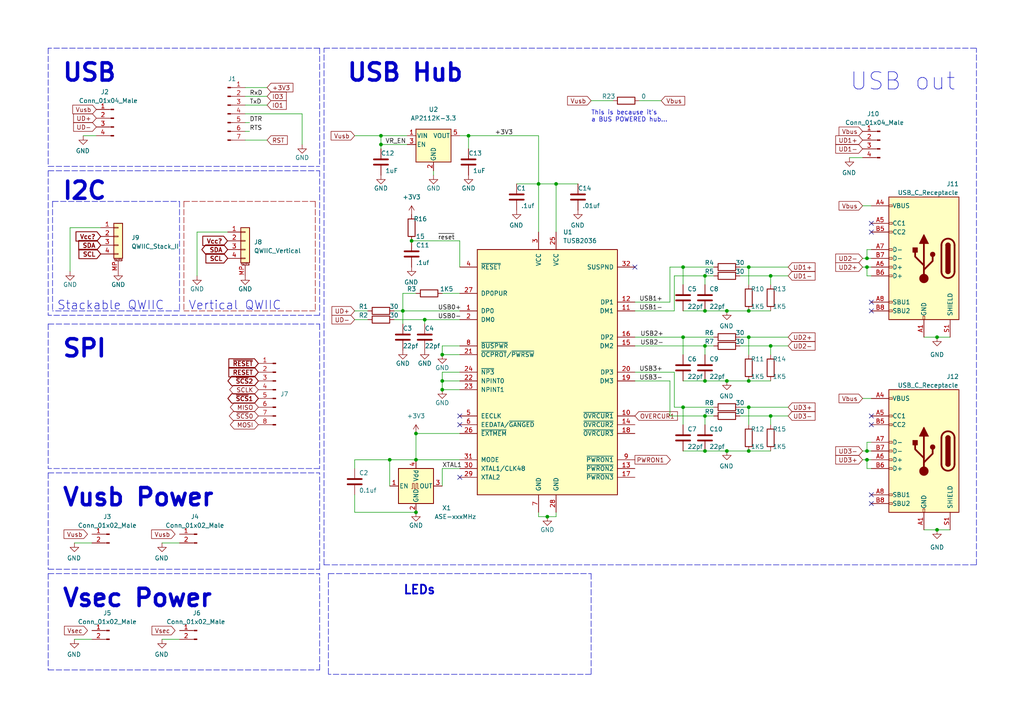
<source format=kicad_sch>
(kicad_sch (version 20211123) (generator eeschema)
  (paper "A4")
  (title_block (title "USB Hub") (rev "0.2.0") (company "The Nerd Mage"))
  (junction (at 251.46 77.47))
  (junction (at 251.46 74.93))
  (junction (at 328.93 132.08))
  (junction (at 119.38 69.85))
  (junction (at 161.29 53.34))
  (junction (at 204.47 110.49))
  (junction (at 123.19 92.71))
  (junction (at 113.03 133.35))
  (junction (at 210.82 90.17))
  (junction (at 251.46 133.35))
  (junction (at 328.93 40.64))
  (junction (at 217.17 77.47))
  (junction (at 335.28 45.72))
  (junction (at 110.49 41.91))
  (junction (at 320.04 69.85))
  (junction (at 217.17 110.49))
  (junction (at 271.78 97.79))
  (junction (at 198.12 97.79))
  (junction (at 120.65 148.59))
  (junction (at 217.17 118.11))
  (junction (at 223.52 100.33))
  (junction (at 271.78 153.67))
  (junction (at 328.93 78.74))
  (junction (at 328.93 123.19))
  (junction (at 204.47 120.65))
  (junction (at 116.84 90.17))
  (junction (at 198.12 118.11))
  (junction (at 120.65 133.35))
  (junction (at 335.28 137.16))
  (junction (at 110.49 39.37))
  (junction (at 320.04 123.19))
  (junction (at 198.12 77.47))
  (junction (at 217.17 90.17))
  (junction (at 128.27 102.87))
  (junction (at 156.21 53.34))
  (junction (at 217.17 130.81))
  (junction (at 223.52 120.65))
  (junction (at 210.82 110.49))
  (junction (at 328.93 31.75))
  (junction (at 223.52 80.01))
  (junction (at 217.17 97.79))
  (junction (at 204.47 100.33))
  (junction (at 204.47 80.01))
  (junction (at 320.04 31.75))
  (junction (at 128.27 110.49))
  (junction (at 128.27 113.03))
  (junction (at 135.89 39.37))
  (junction (at 335.28 83.82))
  (junction (at 120.65 125.73))
  (junction (at 210.82 130.81))
  (junction (at 328.93 69.85))
  (junction (at 204.47 90.17))
  (junction (at 251.46 130.81))
  (junction (at 158.75 149.86))
  (junction (at 204.47 130.81))
  (no_connect (at 252.73 90.17))
  (no_connect (at 184.15 77.47))
  (no_connect (at 252.73 123.19))
  (no_connect (at 252.73 67.31))
  (no_connect (at 133.35 123.19))
  (no_connect (at 133.35 138.43))
  (no_connect (at 252.73 64.77))
  (no_connect (at 252.73 120.65))
  (no_connect (at 252.73 146.05))
  (no_connect (at 252.73 143.51))
  (no_connect (at 133.35 120.65))
  (no_connect (at 252.73 87.63))
  (wire (pts (xy 128.27 107.95) (xy 128.27 110.49)))
  (wire (pts (xy 252.73 115.57) (xy 250.19 115.57)))
  (wire (pts (xy 214.63 77.47) (xy 217.17 77.47)))
  (wire (pts (xy 171.45 29.21) (xy 177.8 29.21)))
  (wire (pts (xy 252.73 130.81) (xy 251.46 130.81)))
  (wire (pts (xy 133.35 39.37) (xy 135.89 39.37)))
  (wire (pts (xy 204.47 80.01) (xy 204.47 82.55)))
  (wire (pts (xy 217.17 118.11) (xy 228.6 118.11)))
  (wire (pts (xy 328.93 123.19) (xy 336.55 123.19)))
  (wire (pts (xy 204.47 100.33) (xy 204.47 102.87)))
  (wire (pts (xy 110.49 41.91) (xy 110.49 43.18)))
  (wire (pts (xy 367.03 71.12) (xy 375.92 71.12)))
  (wire (pts (xy 320.04 31.75) (xy 328.93 31.75)))
  (polyline (pts (xy 95.25 166.37) (xy 171.45 166.37)))
  (wire (pts (xy 128.27 100.33) (xy 128.27 102.87)))
  (wire (pts (xy 71.12 25.4) (xy 77.47 25.4)))
  (wire (pts (xy 367.03 140.97) (xy 375.92 140.97)))
  (wire (pts (xy 198.12 102.87) (xy 198.12 97.79)))
  (wire (pts (xy 223.52 100.33) (xy 223.52 102.87)))
  (wire (pts (xy 336.55 69.85) (xy 336.55 71.12)))
  (wire (pts (xy 161.29 149.86) (xy 158.75 149.86)))
  (polyline (pts (xy 13.97 194.31) (xy 92.71 194.31)))
  (wire (pts (xy 313.69 78.74) (xy 328.93 78.74)))
  (wire (pts (xy 118.11 41.91) (xy 110.49 41.91)))
  (polyline (pts (xy 95.25 166.37) (xy 95.25 195.58)))
  (wire (pts (xy 156.21 53.34) (xy 156.21 67.31)))
  (wire (pts (xy 128.27 85.09) (xy 133.35 85.09)))
  (wire (pts (xy 198.12 123.19) (xy 198.12 118.11)))
  (polyline (pts (xy 92.71 194.31) (xy 92.71 166.37)))
  (wire (pts (xy 336.55 78.74) (xy 336.55 76.2)))
  (wire (pts (xy 184.15 97.79) (xy 198.12 97.79)))
  (polyline (pts (xy 92.71 91.44) (xy 13.97 91.44)))
  (wire (pts (xy 370.84 137.16) (xy 370.84 134.62)))
  (wire (pts (xy 328.93 31.75) (xy 336.55 31.75)))
  (wire (pts (xy 335.28 73.66) (xy 335.28 83.82)))
  (wire (pts (xy 335.28 35.56) (xy 335.28 45.72)))
  (polyline (pts (xy 53.34 58.42) (xy 91.44 58.42)) (stroke (width 0) (color 155 0 0 1)))
  (wire (pts (xy 251.46 77.47) (xy 250.19 77.47)))
  (wire (pts (xy 320.04 69.85) (xy 328.93 69.85)))
  (wire (pts (xy 156.21 53.34) (xy 156.21 39.37)))
  (wire (pts (xy 128.27 110.49) (xy 133.35 110.49)))
  (wire (pts (xy 335.28 137.16) (xy 370.84 137.16)))
  (wire (pts (xy 195.58 90.17) (xy 195.58 80.01)))
  (wire (pts (xy 223.52 120.65) (xy 223.52 123.19)))
  (wire (pts (xy 320.04 137.16) (xy 335.28 137.16)))
  (wire (pts (xy 184.15 110.49) (xy 194.31 110.49)))
  (wire (pts (xy 214.63 120.65) (xy 223.52 120.65)))
  (wire (pts (xy 195.58 107.95) (xy 195.58 118.11)))
  (wire (pts (xy 71.12 30.48) (xy 77.47 30.48)))
  (wire (pts (xy 204.47 110.49) (xy 210.82 110.49)))
  (wire (pts (xy 217.17 77.47) (xy 228.6 77.47)))
  (wire (pts (xy 133.35 102.87) (xy 128.27 102.87)))
  (wire (pts (xy 161.29 53.34) (xy 167.64 53.34)))
  (wire (pts (xy 214.63 100.33) (xy 223.52 100.33)))
  (wire (pts (xy 29.21 66.04) (xy 20.32 66.04)))
  (wire (pts (xy 204.47 100.33) (xy 207.01 100.33)))
  (wire (pts (xy 320.04 123.19) (xy 328.93 123.19)))
  (wire (pts (xy 210.82 110.49) (xy 217.17 110.49)))
  (wire (pts (xy 204.47 80.01) (xy 207.01 80.01)))
  (wire (pts (xy 156.21 149.86) (xy 156.21 148.59)))
  (polyline (pts (xy 53.34 58.42) (xy 53.34 90.17)) (stroke (width 0) (color 155 0 0 1)))
  (wire (pts (xy 320.04 83.82) (xy 335.28 83.82)))
  (wire (pts (xy 123.19 92.71) (xy 133.35 92.71)))
  (wire (pts (xy 133.35 69.85) (xy 133.35 77.47)))
  (wire (pts (xy 252.73 133.35) (xy 251.46 133.35)))
  (polyline (pts (xy 13.97 49.53) (xy 92.71 49.53)))
  (wire (pts (xy 184.15 100.33) (xy 204.47 100.33)))
  (polyline (pts (xy 13.97 166.37) (xy 92.71 166.37)))
  (wire (pts (xy 195.58 80.01) (xy 204.47 80.01)))
  (wire (pts (xy 128.27 110.49) (xy 128.27 113.03)))
  (wire (pts (xy 198.12 82.55) (xy 198.12 77.47)))
  (wire (pts (xy 252.73 74.93) (xy 251.46 74.93)))
  (wire (pts (xy 223.52 80.01) (xy 228.6 80.01)))
  (polyline (pts (xy 92.71 93.98) (xy 92.71 135.89)))
  (wire (pts (xy 370.84 83.82) (xy 370.84 81.28)))
  (wire (pts (xy 102.87 90.17) (xy 106.68 90.17)))
  (wire (pts (xy 149.86 53.34) (xy 156.21 53.34)))
  (wire (pts (xy 251.46 133.35) (xy 251.46 135.89)))
  (polyline (pts (xy 171.45 195.58) (xy 95.25 195.58)))
  (wire (pts (xy 102.87 39.37) (xy 110.49 39.37)))
  (wire (pts (xy 217.17 118.11) (xy 217.17 123.19)))
  (wire (pts (xy 184.15 87.63) (xy 194.31 87.63)))
  (wire (pts (xy 217.17 110.49) (xy 223.52 110.49)))
  (wire (pts (xy 313.69 31.75) (xy 320.04 31.75)))
  (wire (pts (xy 195.58 118.11) (xy 198.12 118.11)))
  (polyline (pts (xy 15.24 58.42) (xy 52.07 58.42)))
  (wire (pts (xy 198.12 77.47) (xy 207.01 77.47)))
  (wire (pts (xy 267.97 153.67) (xy 271.78 153.67)))
  (wire (pts (xy 251.46 74.93) (xy 250.19 74.93)))
  (wire (pts (xy 250.19 45.72) (xy 246.38 45.72)))
  (wire (pts (xy 251.46 77.47) (xy 251.46 80.01)))
  (wire (pts (xy 27.94 39.37) (xy 24.13 39.37)))
  (wire (pts (xy 336.55 127) (xy 335.28 127)))
  (wire (pts (xy 198.12 97.79) (xy 207.01 97.79)))
  (wire (pts (xy 116.84 90.17) (xy 116.84 93.98)))
  (wire (pts (xy 161.29 148.59) (xy 161.29 149.86)))
  (wire (pts (xy 335.28 45.72) (xy 370.84 45.72)))
  (wire (pts (xy 320.04 45.72) (xy 335.28 45.72)))
  (wire (pts (xy 161.29 53.34) (xy 161.29 67.31)))
  (wire (pts (xy 367.03 38.1) (xy 367.03 49.53)))
  (wire (pts (xy 223.52 80.01) (xy 223.52 82.55)))
  (wire (pts (xy 123.19 92.71) (xy 123.19 93.98)))
  (wire (pts (xy 313.69 123.19) (xy 320.04 123.19)))
  (wire (pts (xy 251.46 130.81) (xy 250.19 130.81)))
  (wire (pts (xy 120.65 133.35) (xy 113.03 133.35)))
  (wire (pts (xy 133.35 100.33) (xy 128.27 100.33)))
  (wire (pts (xy 110.49 41.91) (xy 110.49 39.37)))
  (polyline (pts (xy 93.98 163.83) (xy 93.98 13.97)))
  (wire (pts (xy 336.55 40.64) (xy 336.55 38.1)))
  (wire (pts (xy 120.65 125.73) (xy 120.65 133.35)))
  (wire (pts (xy 125.73 50.8) (xy 125.73 49.53)))
  (polyline (pts (xy 92.71 13.97) (xy 13.97 13.97)))
  (wire (pts (xy 336.55 35.56) (xy 335.28 35.56)))
  (wire (pts (xy 271.78 97.79) (xy 275.59 97.79)))
  (wire (pts (xy 367.03 35.56) (xy 370.84 35.56)))
  (wire (pts (xy 135.89 39.37) (xy 156.21 39.37)))
  (wire (pts (xy 135.89 39.37) (xy 135.89 43.18)))
  (polyline (pts (xy 91.44 58.42) (xy 91.44 90.17)) (stroke (width 0) (color 155 0 0 1)))
  (wire (pts (xy 66.04 69.85) (xy 65.9851 69.8684)))
  (wire (pts (xy 313.69 132.08) (xy 328.93 132.08)))
  (polyline (pts (xy 15.24 58.42) (xy 15.24 90.17)))
  (wire (pts (xy 71.12 40.64) (xy 77.47 40.64)))
  (wire (pts (xy 336.55 123.19) (xy 336.55 124.46)))
  (wire (pts (xy 128.27 135.89) (xy 133.35 135.89)))
  (wire (pts (xy 367.03 49.53) (xy 375.92 49.53)))
  (polyline (pts (xy 93.98 13.97) (xy 283.21 13.97)))
  (wire (pts (xy 158.75 149.86) (xy 156.21 149.86)))
  (wire (pts (xy 87.63 33.02) (xy 71.12 33.02)))
  (wire (pts (xy 210.82 90.17) (xy 217.17 90.17)))
  (polyline (pts (xy 13.97 137.16) (xy 13.97 165.1)))
  (wire (pts (xy 251.46 72.39) (xy 251.46 74.93)))
  (polyline (pts (xy 92.71 49.53) (xy 92.71 91.44)))
  (wire (pts (xy 185.42 29.21) (xy 191.77 29.21)))
  (wire (pts (xy 46.99 157.48) (xy 52.07 157.48)))
  (wire (pts (xy 252.73 59.69) (xy 250.19 59.69)))
  (wire (pts (xy 194.31 110.49) (xy 194.31 120.65)))
  (wire (pts (xy 367.03 73.66) (xy 370.84 73.66)))
  (wire (pts (xy 21.59 157.48) (xy 26.67 157.48)))
  (wire (pts (xy 367.03 124.46) (xy 375.92 124.46)))
  (wire (pts (xy 71.12 38.1) (xy 72.39 38.1)))
  (wire (pts (xy 223.52 100.33) (xy 228.6 100.33)))
  (wire (pts (xy 114.3 90.17) (xy 116.84 90.17)))
  (wire (pts (xy 252.73 80.01) (xy 251.46 80.01)))
  (wire (pts (xy 335.28 127) (xy 335.28 137.16)))
  (polyline (pts (xy 13.97 93.98) (xy 92.71 93.98)))
  (wire (pts (xy 71.12 27.94) (xy 77.47 27.94)))
  (wire (pts (xy 57.15 67.31) (xy 57.15 80.01)))
  (wire (pts (xy 198.12 90.17) (xy 204.47 90.17)))
  (wire (pts (xy 194.31 120.65) (xy 204.47 120.65)))
  (polyline (pts (xy 13.97 166.37) (xy 13.97 194.31)))
  (wire (pts (xy 367.03 87.63) (xy 375.92 87.63)))
  (wire (pts (xy 194.31 77.47) (xy 198.12 77.47)))
  (polyline (pts (xy 91.44 90.17) (xy 53.34 90.17)) (stroke (width 0) (color 155 0 0 1)))
  (wire (pts (xy 320.04 39.37) (xy 320.04 45.72)))
  (wire (pts (xy 336.55 31.75) (xy 336.55 33.02)))
  (wire (pts (xy 156.21 53.34) (xy 161.29 53.34)))
  (wire (pts (xy 214.63 97.79) (xy 217.17 97.79)))
  (polyline (pts (xy 13.97 13.97) (xy 13.97 48.26)))
  (wire (pts (xy 367.03 76.2) (xy 367.03 87.63)))
  (wire (pts (xy 128.27 107.95) (xy 133.35 107.95)))
  (wire (pts (xy 113.03 133.35) (xy 102.87 133.35)))
  (wire (pts (xy 198.12 130.81) (xy 204.47 130.81)))
  (wire (pts (xy 252.73 77.47) (xy 251.46 77.47)))
  (wire (pts (xy 46.99 185.42) (xy 52.07 185.42)))
  (wire (pts (xy 116.84 90.17) (xy 133.35 90.17)))
  (wire (pts (xy 328.93 39.37) (xy 328.93 40.64)))
  (wire (pts (xy 128.27 135.89) (xy 128.27 140.97)))
  (polyline (pts (xy 13.97 137.16) (xy 92.71 137.16)))
  (wire (pts (xy 198.12 118.11) (xy 207.01 118.11)))
  (polyline (pts (xy 52.07 90.17) (xy 15.24 90.17)))
  (wire (pts (xy 204.47 90.17) (xy 210.82 90.17)))
  (wire (pts (xy 198.12 110.49) (xy 204.47 110.49)))
  (wire (pts (xy 251.46 133.35) (xy 250.19 133.35)))
  (wire (pts (xy 217.17 90.17) (xy 223.52 90.17)))
  (wire (pts (xy 110.49 39.37) (xy 118.11 39.37)))
  (wire (pts (xy 66.04 67.31) (xy 57.15 67.31)))
  (wire (pts (xy 271.78 153.67) (xy 275.59 153.67)))
  (wire (pts (xy 328.93 77.47) (xy 328.93 78.74)))
  (wire (pts (xy 217.17 130.81) (xy 223.52 130.81)))
  (wire (pts (xy 210.82 130.81) (xy 217.17 130.81)))
  (wire (pts (xy 313.69 69.85) (xy 320.04 69.85)))
  (wire (pts (xy 116.84 85.09) (xy 116.84 90.17)))
  (wire (pts (xy 120.65 133.35) (xy 133.35 133.35)))
  (wire (pts (xy 214.63 80.01) (xy 223.52 80.01)))
  (wire (pts (xy 214.63 118.11) (xy 217.17 118.11)))
  (wire (pts (xy 87.63 41.91) (xy 87.63 33.02)))
  (polyline (pts (xy 52.07 58.42) (xy 52.07 90.17)))
  (polyline (pts (xy 93.98 163.83) (xy 283.21 163.83)))
  (wire (pts (xy 133.35 125.73) (xy 120.65 125.73)))
  (wire (pts (xy 102.87 148.59) (xy 120.65 148.59)))
  (wire (pts (xy 328.93 132.08) (xy 336.55 132.08)))
  (wire (pts (xy 370.84 45.72) (xy 370.84 43.18)))
  (wire (pts (xy 217.17 77.47) (xy 217.17 82.55)))
  (wire (pts (xy 252.73 72.39) (xy 251.46 72.39)))
  (wire (pts (xy 335.28 83.82) (xy 370.84 83.82)))
  (polyline (pts (xy 92.71 165.1) (xy 92.71 137.16)))
  (wire (pts (xy 20.32 66.04) (xy 20.32 78.74)))
  (wire (pts (xy 204.47 120.65) (xy 204.47 123.19)))
  (wire (pts (xy 128.27 113.03) (xy 133.35 113.03)))
  (wire (pts (xy 223.52 120.65) (xy 228.6 120.65)))
  (wire (pts (xy 367.03 129.54) (xy 367.03 140.97)))
  (wire (pts (xy 320.04 130.81) (xy 320.04 137.16)))
  (wire (pts (xy 252.73 135.89) (xy 251.46 135.89)))
  (wire (pts (xy 336.55 73.66) (xy 335.28 73.66)))
  (wire (pts (xy 320.04 77.47) (xy 320.04 83.82)))
  (wire (pts (xy 328.93 69.85) (xy 336.55 69.85)))
  (wire (pts (xy 217.17 97.79) (xy 228.6 97.79)))
  (wire (pts (xy 252.73 128.27) (xy 251.46 128.27)))
  (wire (pts (xy 102.87 133.35) (xy 102.87 135.89)))
  (polyline (pts (xy 92.71 13.97) (xy 92.71 48.26)))
  (polyline (pts (xy 171.45 166.37) (xy 171.45 195.58)))
  (wire (pts (xy 367.03 127) (xy 370.84 127)))
  (wire (pts (xy 217.17 97.79) (xy 217.17 102.87)))
  (wire (pts (xy 367.03 33.02) (xy 375.92 33.02)))
  (wire (pts (xy 194.31 87.63) (xy 194.31 77.47)))
  (wire (pts (xy 114.3 92.71) (xy 123.19 92.71)))
  (wire (pts (xy 313.69 40.64) (xy 328.93 40.64)))
  (polyline (pts (xy 13.97 93.98) (xy 13.97 135.89)))
  (wire (pts (xy 119.38 69.85) (xy 133.35 69.85)))
  (wire (pts (xy 184.15 90.17) (xy 195.58 90.17)))
  (wire (pts (xy 267.97 97.79) (xy 271.78 97.79)))
  (wire (pts (xy 71.12 35.56) (xy 72.39 35.56)))
  (polyline (pts (xy 283.21 163.83) (xy 283.21 13.97)))
  (wire (pts (xy 120.65 85.09) (xy 116.84 85.09)))
  (polyline (pts (xy 13.97 48.26) (xy 92.71 48.26)))
  (wire (pts (xy 204.47 130.81) (xy 210.82 130.81)))
  (wire (pts (xy 204.47 120.65) (xy 207.01 120.65)))
  (wire (pts (xy 336.55 132.08) (xy 336.55 129.54)))
  (wire (pts (xy 184.15 107.95) (xy 195.58 107.95)))
  (wire (pts (xy 328.93 130.81) (xy 328.93 132.08)))
  (polyline (pts (xy 13.97 165.1) (xy 92.71 165.1)))
  (wire (pts (xy 328.93 40.64) (xy 336.55 40.64)))
  (polyline (pts (xy 92.71 135.89) (xy 13.97 135.89)))
  (wire (pts (xy 21.59 185.42) (xy 26.67 185.42)))
  (wire (pts (xy 113.03 133.35) (xy 113.03 140.97)))
  (wire (pts (xy 328.93 78.74) (xy 336.55 78.74)))
  (wire (pts (xy 251.46 128.27) (xy 251.46 130.81)))
  (wire (pts (xy 102.87 143.51) (xy 102.87 148.59)))
  (wire (pts (xy 102.87 92.71) (xy 106.68 92.71)))
  (polyline (pts (xy 13.97 49.53) (xy 13.97 91.44)))
  (text "USB out" (at 246.38 26.67 0) (effects (font (size 5 5)) (justify left bottom)))
  (text "Vusb Power" (at 17.78 147.32 0) (effects (font (size 5 5) (thickness 1) bold) (justify left bottom)))
  (text "I2C" (at 17.78 58.42 0) (effects (font (size 5 5) (thickness 1) bold) (justify left bottom)))
  (text "Stackable QWIIC" (at 16.51 90.17 0) (effects (font (size 2.54 2.54)) (justify left bottom)))
  (text "SPI" (at 17.78 104.14 0) (effects (font (size 5 5) (thickness 1) bold) (justify left bottom)))
  (text "Vsec Power" (at 17.78 176.53 0) (effects (font (size 5 5) (thickness 1) bold) (justify left bottom)))
  (text "This is because it's\na BUS POWERED hub..." (at 171.45 35.56 0) (effects (font (size 1.27 1.27)) (justify left bottom)))
  (text "USB" (at 17.78 24.13 0) (effects (font (size 5 5) (thickness 1) bold) (justify left bottom)))
  (text "USB Hub" (at 100.33 24.13 0) (effects (font (size 5 5) (thickness 1) bold) (justify left bottom)))
  (text "LCSC: C10677" (at 320.04 160.02 0) (effects (font (size 1.27 1.27) italic) (justify left bottom)))
  (text "Vertical QWIIC" (at 54.61 90.17 0) (effects (font (size 2.54 2.54)) (justify left bottom)))
  (text "LEDs" (at 116.84 172.72 180) (effects (font (size 2.54 2.54) (thickness 0.508) bold) (justify left bottom)))
  (label "VR_EN" (at 111.76 41.91 0))
  (label "USB0+" (at 127 90.17 0))
  (label "+3V3" (at 143.51 39.37 0))
  (label "TxD" (at 72.39 30.48 0))
  (label "USB2+" (at 185.7202 97.79 0))
  (label "USB1+" (at 185.42 87.63 0))
  (label "~{reset}" (at 127 69.85 0))
  (label "USB1-" (at 185.42 90.17 0))
  (label "USB2-" (at 185.7202 100.33 0))
  (label "DTR" (at 72.39 35.56 0))
  (label "USB0-" (at 127 92.71 0))
  (label "RTS" (at 72.39 38.1 0))
  (label "RxD" (at 72.39 27.94 0))
  (label "XTAL1" (at 128.27 135.89 0))
  (label "USB3-" (at 185.42 110.49 0))
  (label "USB3+" (at 185.42 107.95 0))
  (global_label "UD2+" (shape input) (at 228.6 97.79 0) (property "Intersheet References" "${INTERSHEET_REFS}" (effects hide)))
  (global_label "UD3+" (shape input) (at 228.6 118.11 0) (property "Intersheet References" "${INTERSHEET_REFS}" (effects hide)))
  (global_label "Vbus" (shape input) (at 250.19 59.69 180) (property "Intersheet References" "${INTERSHEET_REFS}" (effects hide)))
  (global_label "UD+" (shape input) (at 102.87 90.17 180) (property "Intersheet References" "${INTERSHEET_REFS}" (effects hide)))
  (global_label "Vcc?" (shape input) (at 29.21 68.58 180) (effects (font (thickness 0.254) bold)) (property "Intersheet References" "${INTERSHEET_REFS}" (effects hide)))
  (global_label "Vusb" (shape input) (at 27.94 31.75 180) (property "Intersheet References" "${INTERSHEET_REFS}" (effects hide)))
  (global_label "SCL" (shape input) (at 66.04 74.93 180) (effects (font (thickness 0.254) bold)) (property "Intersheet References" "${INTERSHEET_REFS}" (effects hide)))
  (global_label "UD-" (shape input) (at 102.87 92.71 180) (property "Intersheet References" "${INTERSHEET_REFS}" (effects hide)))
  (global_label "~{SCS}0" (shape bidirectional) (at 74.93 120.65 180) (property "Intersheet References" "${INTERSHEET_REFS}" (effects hide)))
  (global_label "SDA" (shape bidirectional) (at 66.04 72.39 180) (effects (font bold)) (property "Intersheet References" "${INTERSHEET_REFS}" (effects hide)))
  (global_label "Vusb" (shape input) (at 25.4 154.94 180) (property "Intersheet References" "${INTERSHEET_REFS}" (effects hide)))
  (global_label "Vusb" (shape input) (at 171.45 29.21 180) (property "Intersheet References" "${INTERSHEET_REFS}" (effects hide)))
  (global_label "MOSI" (shape bidirectional) (at 74.93 123.19 180) (property "Intersheet References" "${INTERSHEET_REFS}" (effects hide)))
  (global_label "IO3" (shape input) (at 77.47 27.94 0) (property "Intersheet References" "${INTERSHEET_REFS}" (effects hide)))
  (global_label "UD+" (shape input) (at 317.5 176.53 180) (property "Intersheet References" "${INTERSHEET_REFS}" (effects hide)))
  (global_label "Vusb" (shape input) (at 50.8 154.94 180) (property "Intersheet References" "${INTERSHEET_REFS}" (effects hide)))
  (global_label "Vsec" (shape input) (at 25.4 182.88 180) (property "Intersheet References" "${INTERSHEET_REFS}" (effects hide)))
  (global_label "IO1" (shape input) (at 77.47 30.48 0) (property "Intersheet References" "${INTERSHEET_REFS}" (effects hide)))
  (global_label "Vusb" (shape input) (at 102.87 39.37 180) (property "Intersheet References" "${INTERSHEET_REFS}" (effects hide)))
  (global_label "CC1" (shape input) (at 317.5 186.69 180) (property "Intersheet References" "${INTERSHEET_REFS}" (effects hide)))
  (global_label "UD2+" (shape input) (at 250.19 77.47 180) (property "Intersheet References" "${INTERSHEET_REFS}" (effects hide)))
  (global_label "UD2-" (shape input) (at 250.19 74.93 180) (property "Intersheet References" "${INTERSHEET_REFS}" (effects hide)))
  (global_label "Vbus3" (shape input) (at 375.92 124.46 0) (property "Intersheet References" "${INTERSHEET_REFS}" (effects hide)))
  (global_label "OVERCUR1" (shape output) (at 375.92 49.53 0) (property "Intersheet References" "${INTERSHEET_REFS}" (effects hide)))
  (global_label "Vbus" (shape input) (at 191.77 29.21 0) (property "Intersheet References" "${INTERSHEET_REFS}" (effects hide)))
  (global_label "UD-" (shape input) (at 27.94 36.83 180) (property "Intersheet References" "${INTERSHEET_REFS}" (effects hide)))
  (global_label "UD3+" (shape input) (at 250.19 133.35 180) (property "Intersheet References" "${INTERSHEET_REFS}" (effects hide)))
  (global_label "~{RESET}" (shape input) (at 74.93 105.41 180) (effects (font (thickness 0.254) bold)) (property "Intersheet References" "${INTERSHEET_REFS}" (effects hide)))
  (global_label "SCLK" (shape bidirectional) (at 74.93 113.03 180) (property "Intersheet References" "${INTERSHEET_REFS}" (effects hide)))
  (global_label "Vusb" (shape input) (at 313.69 123.19 180) (property "Intersheet References" "${INTERSHEET_REFS}" (effects hide)))
  (global_label "UD3-" (shape input) (at 250.19 130.81 180) (property "Intersheet References" "${INTERSHEET_REFS}" (effects hide)))
  (global_label "UD1+" (shape input) (at 250.19 40.64 180) (property "Intersheet References" "${INTERSHEET_REFS}" (effects hide)))
  (global_label "Vbus1" (shape input) (at 375.92 33.02 0) (property "Intersheet References" "${INTERSHEET_REFS}" (effects hide)))
  (global_label "UD-" (shape input) (at 317.5 166.37 180) (property "Intersheet References" "${INTERSHEET_REFS}" (effects hide)))
  (global_label "UD1+" (shape input) (at 228.6 77.47 0) (property "Intersheet References" "${INTERSHEET_REFS}" (effects hide)))
  (global_label "UD3-" (shape input) (at 228.6 120.65 0) (property "Intersheet References" "${INTERSHEET_REFS}" (effects hide)))
  (global_label "OVERCUR3" (shape output) (at 375.92 140.97 0) (property "Intersheet References" "${INTERSHEET_REFS}" (effects hide)))
  (global_label "CC2" (shape input) (at 317.5 196.85 180) (property "Intersheet References" "${INTERSHEET_REFS}" (effects hide)))
  (global_label "SDA" (shape input) (at 29.21 71.12 180) (effects (font bold)) (property "Intersheet References" "${INTERSHEET_REFS}" (effects hide)))
  (global_label "Vbus2" (shape input) (at 375.92 71.12 0) (property "Intersheet References" "${INTERSHEET_REFS}" (effects hide)))
  (global_label "PWRON1" (shape output) (at 184.15 133.35 0) (property "Intersheet References" "${INTERSHEET_REFS}" (effects hide)))
  (global_label "UD2-" (shape input) (at 228.6 100.33 0) (property "Intersheet References" "${INTERSHEET_REFS}" (effects hide)))
  (global_label "Vusb" (shape input) (at 313.69 31.75 180) (property "Intersheet References" "${INTERSHEET_REFS}" (effects hide)))
  (global_label "Vbus" (shape input) (at 250.19 38.1 180) (property "Intersheet References" "${INTERSHEET_REFS}" (effects hide)))
  (global_label "UD1-" (shape input) (at 228.6 80.01 0) (property "Intersheet References" "${INTERSHEET_REFS}" (effects hide)))
  (global_label "Vcc?" (shape input) (at 65.9851 69.8684 180) (effects (font (thickness 0.254) bold)) (property "Intersheet References" "${INTERSHEET_REFS}" (effects hide)))
  (global_label "~{SCS}2" (shape bidirectional) (at 74.93 110.49 180) (effects (font (thickness 0.254) bold)) (property "Intersheet References" "${INTERSHEET_REFS}" (effects hide)))
  (global_label "+3V3" (shape input) (at 77.47 25.4 0) (property "Intersheet References" "${INTERSHEET_REFS}" (effects hide)))
  (global_label "OVERCUR2" (shape output) (at 375.92 87.63 0) (property "Intersheet References" "${INTERSHEET_REFS}" (effects hide)))
  (global_label "~{SCS}1" (shape bidirectional) (at 74.93 115.57 180) (effects (font (thickness 0.254) bold)) (property "Intersheet References" "${INTERSHEET_REFS}" (effects hide)))
  (global_label "PWRON3" (shape input) (at 313.69 132.08 180) (property "Intersheet References" "${INTERSHEET_REFS}" (effects hide)))
  (global_label "UD1-" (shape input) (at 250.19 43.18 180) (property "Intersheet References" "${INTERSHEET_REFS}" (effects hide)))
  (global_label "SCL" (shape input) (at 29.21 73.66 180) (effects (font (thickness 0.254) bold)) (property "Intersheet References" "${INTERSHEET_REFS}" (effects hide)))
  (global_label "Vbus" (shape input) (at 250.19 115.57 180) (property "Intersheet References" "${INTERSHEET_REFS}" (effects hide)))
  (global_label "MISO" (shape bidirectional) (at 74.93 118.11 180) (property "Intersheet References" "${INTERSHEET_REFS}" (effects hide)))
  (global_label "PWRON2" (shape input) (at 313.69 78.74 180) (property "Intersheet References" "${INTERSHEET_REFS}" (effects hide)))
  (global_label "Vsec" (shape input) (at 50.8 182.88 180) (property "Intersheet References" "${INTERSHEET_REFS}" (effects hide)))
  (global_label "Vusb" (shape input) (at 313.69 69.85 180) (property "Intersheet References" "${INTERSHEET_REFS}" (effects hide)))
  (global_label "OVERCUR1" (shape input) (at 184.15 120.65 0) (property "Intersheet References" "${INTERSHEET_REFS}" (effects hide)))
  (global_label "RESET" (shape input) (at 74.93 107.95 180) (effects (font (thickness 0.254) bold)) (property "Intersheet References" "${INTERSHEET_REFS}" (effects hide)))
  (global_label "PWRON1" (shape input) (at 313.69 40.64 180) (property "Intersheet References" "${INTERSHEET_REFS}" (effects hide)))
  (global_label "UD+" (shape input) (at 27.94 34.29 180) (property "Intersheet References" "${INTERSHEET_REFS}" (effects hide)))
  (global_label "RST" (shape input) (at 77.47 40.64 0) (property "Intersheet References" "${INTERSHEET_REFS}" (effects hide)))
  (symbol (lib_id "Device:C") (at 116.84 97.79 0) (unit 1)
    (property "Reference" "C3" (at 116.84 95.25 0) (effects (justify left)))
    (property "Value" "22pf" (at 116.84 100.33 0) (effects (justify left)))
    (property "Footprint" "Capacitor_SMD:C_0603_1608Metric" (effects hide))
  )
  (symbol (lib_id "Device:R") (at 124.46 85.09 90) (unit 1)
    (property "Reference" "R3" (at 119.38 83.82 90))
    (property "Value" "1K5" (at 129.54 83.82 90))
    (property "Footprint" "Resistor_SMD:R_0603_1608Metric" (effects hide))
  )
  (symbol (lib_id "Device:R") (at 210.82 120.65 90) (unit 1)
    (property "Reference" "R9" (at 205.74 119.38 90))
    (property "Value" "30" (at 214.63 119.38 90))
    (property "Footprint" "Resistor_SMD:R_0603_1608Metric" (effects hide))
  )
  (symbol (lib_id "Device:C") (at 167.64 57.15 0) (unit 1)
    (property "Reference" "C14" (at 167.64 54.61 0) (effects (justify left)))
    (property "Value" ".01uf" (at 168.91 59.69 0) (effects (justify left)))
    (property "Footprint" "Capacitor_SMD:C_0603_1608Metric" (effects hide))
  )
  (symbol (lib_id "power:GND") (at 128.27 102.87 0) (mirror y) (unit 1)
    (property "Reference" "#PWR0132" (effects hide))
    (property "Value" "GND" (at 128.27 106.68 0))
  )
  (symbol (lib_id "power:GND") (at 125.73 50.8 0) (unit 1)
    (property "Reference" "#PWR0133" (effects hide))
    (property "Value" "GND" (at 125.73 54.61 0))
  )
  (symbol (lib_id "Device:R") (at 328.93 35.56 0) (unit 1) (on_board no)
    (property "Reference" "R17" (at 330.2 30.48 0))
    (property "Value" "100k" (at 331.47 39.37 0))
    (property "Footprint" "Resistor_SMD:R_0603_1608Metric" (effects hide))
  )
  (symbol (lib_id "power:GND") (at 123.19 101.6 0) (mirror y) (unit 1)
    (property "Reference" "#PWR0119" (effects hide))
    (property "Value" "GND" (at 123.19 105.41 0))
  )
  (symbol (lib_id "PGB1010603NR:PGB1010603NR") (at 317.5 186.69 0) (unit 1) (on_board no)
    (property "Reference" "D3" (at 327.66 182.88 0))
    (property "Value" "PGB1010603NR" (at 327.66 190.5 0))
    (property "Footprint" "Tinker:PGB1010603NRHF" (effects hide))
    (property "Reference_1" "D" (effects hide))
    (property "Value_1" "PGB1010603NR" (effects hide))
    (property "Footprint_1" "PGB1010603NRHF" (effects hide))
    (property "Datasheet_1" "https://www.littelfuse.com/data/en/data_sheets/littelfuse_pulseguard-esd_pgb1.pdf" (effects hide))
    (property "Height" "0.36" (effects hide))
    (property "Manufacturer_Name" "LITTELFUSE" (effects hide))
    (property "Manufacturer_Part_Number" "PGB1010603NR" (effects hide))
    (property "Mouser Part Number" "576-PGB1010603NR" (effects hide))
    (property "Mouser Price/Stock" "https://www.mouser.co.uk/ProductDetail/Littelfuse/PGB1010603NR?qs=gu7KAQ731UTJOoBJUwB8FA%3D%3D" (effects hide))
    (property "Arrow Part Number" "PGB1010603NR" (effects hide))
    (property "Arrow Price/Stock" "https://www.arrow.com/en/products/pgb1010603nr/littelfuse?region=nac" (effects hide))
    (property "LCSC" "C10677" (effects hide))
    (property "DigiKey" "F3591CT-ND" (effects hide))
  )
  (symbol (lib_id "power:GND") (at 271.78 153.67 0) (mirror y) (unit 1)
    (property "Reference" "#PWR0115" (effects hide))
    (property "Value" "GND" (at 271.78 158.75 0))
  )
  (symbol (lib_id "power:GND") (at 120.65 148.59 0) (unit 1)
    (property "Reference" "#PWR0125" (effects hide))
    (property "Value" "GND" (at 120.65 152.4 0))
  )
  (symbol (lib_id "Device:R") (at 328.93 127 0) (unit 1) (on_board no)
    (property "Reference" "R19" (at 330.2 121.92 0))
    (property "Value" "100k" (at 331.47 130.81 0))
    (property "Footprint" "Resistor_SMD:R_0603_1608Metric" (effects hide))
  )
  (symbol (lib_id "power:GND") (at 128.27 113.03 0) (mirror y) (unit 1)
    (property "Reference" "#PWR0122" (effects hide))
    (property "Value" "GND" (at 128.27 116.84 0))
  )
  (symbol (lib_id "Device:R") (at 181.61 29.21 90) (unit 1)
    (property "Reference" "R23" (at 176.53 27.94 90))
    (property "Value" "0" (at 186.69 27.94 90))
    (property "Footprint" "Resistor_SMD:R_0603_1608Metric" (effects hide))
  )
  (symbol (lib_id "power:GND") (at 337.82 196.85 0) (unit 1)
    (property "Reference" "#PWR0109" (effects hide))
    (property "Value" "GND" (at 337.82 200.66 0))
  )
  (symbol (lib_id "Connector:Conn_01x02_Male") (at 31.75 154.94 0) (mirror y) (unit 1)
    (property "Reference" "J3" (at 31.115 149.86 0))
    (property "Value" "Conn_01x02_Male" (at 31.115 152.4 0))
    (property "Footprint" "Tinker:Board_Stacker_2" (effects hide))
    (property "LCSC" "C2938400 + C2881511" (effects hide))
  )
  (symbol (lib_id "power:GND") (at 135.89 50.8 0) (unit 1)
    (property "Reference" "#PWR0135" (effects hide))
    (property "Value" "GND" (at 135.89 54.61 0))
  )
  (symbol (lib_id "Device:R") (at 223.52 86.36 0) (unit 1)
    (property "Reference" "R13" (at 226.06 83.82 0))
    (property "Value" "1K5" (at 226.06 88.9 0))
    (property "Footprint" "Resistor_SMD:R_0603_1608Metric" (effects hide))
  )
  (symbol (lib_id "power:GND") (at 116.84 101.6 0) (mirror y) (unit 1)
    (property "Reference" "#PWR0121" (effects hide))
    (property "Value" "GND" (at 116.84 105.41 0))
  )
  (symbol (lib_id "Device:R") (at 210.82 100.33 90) (unit 1)
    (property "Reference" "R7" (at 205.74 99.06 90))
    (property "Value" "30" (at 214.63 99.06 90))
    (property "Footprint" "Resistor_SMD:R_0603_1608Metric" (effects hide))
  )
  (symbol (lib_id "power:GND") (at 167.64 60.96 0) (mirror y) (unit 1)
    (property "Reference" "#PWR0118" (effects hide))
    (property "Value" "GND" (at 167.513 65.3542 0))
  )
  (symbol (lib_id "power:GND") (at 24.13 39.37 0) (mirror y) (unit 1)
    (property "Reference" "#PWR0106" (effects hide))
    (property "Value" "GND" (at 24.003 43.7642 0))
  )
  (symbol (lib_id "Connector:Conn_01x02_Male") (at 57.15 154.94 0) (mirror y) (unit 1)
    (property "Reference" "J4" (at 56.515 149.86 0))
    (property "Value" "Conn_01x02_Male" (at 56.515 152.4 0))
    (property "Footprint" "Tinker:Board_Stacker_2" (effects hide))
    (property "LCSC" "C2938400 + C2881511" (effects hide))
  )
  (symbol (lib_id "Device:C") (at 123.19 97.79 0) (unit 1)
    (property "Reference" "C4" (at 123.19 95.25 0) (effects (justify left)))
    (property "Value" "22pf" (at 123.19 100.33 0) (effects (justify left)))
    (property "Footprint" "Capacitor_SMD:C_0603_1608Metric" (effects hide))
  )
  (symbol (lib_id "power:GND") (at 57.15 80.01 0) (unit 1)
    (property "Reference" "#PWR0107" (effects hide))
    (property "Value" "GND" (at 57.15 83.82 0))
  )
  (symbol (lib_id "Device:R") (at 223.52 127 0) (unit 1)
    (property "Reference" "R15" (at 226.06 124.46 0))
    (property "Value" "1K5" (at 226.06 129.54 0))
    (property "Footprint" "Resistor_SMD:R_0603_1608Metric" (effects hide))
  )
  (symbol (lib_id "power:GND") (at 337.82 186.69 0) (unit 1)
    (property "Reference" "#PWR0111" (effects hide))
    (property "Value" "GND" (at 337.947 191.0842 0))
  )
  (symbol (lib_id "power:GND") (at 335.28 137.16 0) (mirror y) (unit 1)
    (property "Reference" "#PWR0137" (effects hide))
    (property "Value" "GND" (at 335.28 140.97 0))
  )
  (symbol (lib_id "power:GND") (at 87.63 41.91 0) (unit 1)
    (property "Reference" "#PWR0103" (effects hide))
    (property "Value" "GND" (at 87.63 45.72 0))
  )
  (symbol (lib_id "Device:R") (at 217.17 86.36 0) (unit 1)
    (property "Reference" "R10" (at 219.71 83.82 0))
    (property "Value" "1K5" (at 219.71 88.9 0))
    (property "Footprint" "Resistor_SMD:R_0603_1608Metric" (effects hide))
  )
  (symbol (lib_id "Device:R") (at 119.38 66.04 0) (unit 1)
    (property "Reference" "R16" (at 121.92 63.5 0))
    (property "Value" "15" (at 121.92 68.58 0))
    (property "Footprint" "Resistor_SMD:R_0603_1608Metric" (effects hide))
  )
  (symbol (lib_id "power:GND") (at 246.38 45.72 0) (mirror y) (unit 1)
    (property "Reference" "#PWR0114" (effects hide))
    (property "Value" "GND" (at 246.253 50.1142 0))
  )
  (symbol (lib_id "Device:C") (at 204.47 127 0) (unit 1)
    (property "Reference" "C10" (at 205.74 124.46 0) (effects (justify left)))
    (property "Value" "22pf" (at 205.74 129.54 0) (effects (justify left)))
    (property "Footprint" "Capacitor_SMD:C_0603_1608Metric" (effects hide))
  )
  (symbol (lib_id "Device:R") (at 110.49 90.17 90) (unit 1)
    (property "Reference" "R1" (at 105.41 88.9 90))
    (property "Value" "30" (at 114.3 88.9 90))
    (property "Footprint" "Resistor_SMD:R_0603_1608Metric" (effects hide))
  )
  (symbol (lib_id "Device:C") (at 119.38 73.66 0) (unit 1)
    (property "Reference" "C11" (at 120.65 71.12 0) (effects (justify left)))
    (property "Value" ".1uf" (at 120.65 76.2 0) (effects (justify left)))
    (property "Footprint" "Capacitor_SMD:C_0603_1608Metric" (effects hide))
  )
  (symbol (lib_id "Connector_Generic_MountingPin:Conn_01x04_MountingPin") (at 71.12 69.85 0) (unit 1) (in_bom no) (on_board no)
    (property "Reference" "J8" (at 73.66 70.2055 0) (effects (justify left)))
    (property "Value" "QWIIC_Vertical" (at 73.66 72.7455 0) (effects (justify left)))
    (property "Footprint" "Tinker:QWIIC_Vertical" (effects hide))
    (property "LCSC" "C145961" (effects hide))
  )
  (symbol (lib_id "power:GND") (at 335.28 83.82 0) (mirror y) (unit 1)
    (property "Reference" "#PWR0136" (effects hide))
    (property "Value" "GND" (at 335.28 87.63 0))
  )
  (symbol (lib_id "power:GND") (at 21.59 157.48 0) (mirror y) (unit 1)
    (property "Reference" "#PWR0104" (effects hide))
    (property "Value" "GND" (at 21.463 161.8742 0))
  )
  (symbol (lib_id "power:GND") (at 210.82 110.49 0) (mirror y) (unit 1)
    (property "Reference" "#PWR0127" (effects hide))
    (property "Value" "GND" (at 210.693 114.8842 0))
  )
  (symbol (lib_id "power:GND") (at 158.75 149.86 0) (unit 1)
    (property "Reference" "#PWR0116" (effects hide))
    (property "Value" "GND" (at 158.75 153.67 0))
  )
  (symbol (lib_id "Device:C") (at 135.89 46.99 0) (unit 1)
    (property "Reference" "C13" (at 135.89 44.45 0) (effects (justify left)))
    (property "Value" "1uF" (at 137.16 49.53 0) (effects (justify left)))
    (property "Footprint" "Capacitor_SMD:C_0603_1608Metric" (effects hide))
  )
  (symbol (lib_id "power:GND") (at 119.38 77.47 0) (mirror y) (unit 1)
    (property "Reference" "#PWR0130" (effects hide))
    (property "Value" "GND" (at 119.253 81.8642 0))
  )
  (symbol (lib_id "Device:C") (at 320.04 127 0) (unit 1) (on_board no)
    (property "Reference" "C17" (at 321.31 124.46 0) (effects (justify left)))
    (property "Value" "0.1uf" (at 321.31 129.54 0) (effects (justify left)))
    (property "Footprint" "Capacitor_SMD:C_0603_1608Metric" (effects hide))
  )
  (symbol (lib_id "power:+3V3") (at 119.38 62.23 0) (unit 1)
    (property "Reference" "#PWR0129" (effects hide))
    (property "Value" "+3V3" (at 119.38 57.15 0))
  )
  (symbol (lib_id "Device:R") (at 370.84 77.47 0) (unit 1) (on_board no)
    (property "Reference" "R21" (at 372.11 72.39 0))
    (property "Value" "80k?" (at 373.38 81.28 0))
    (property "Footprint" "Resistor_SMD:R_0603_1608Metric" (effects hide))
  )
  (symbol (lib_id "TPS2550DBVTG4:TPS2550DBVTG4") (at 336.55 33.02 0) (unit 1) (on_board no)
    (property "Reference" "U3" (at 351.79 20.32 0))
    (property "Value" "TPS2550DBVTG4" (at 351.79 22.86 0))
    (property "Footprint" "Package_TO_SOT_SMD:SOT-23-6" (effects hide))
    (property "Reference_1" "IC" (at 351.79 25.4 0))
    (property "Value_1" "TPS2550DBVTG4" (at 351.79 27.94 0))
    (property "Footprint_1" "SOT95P280X145-6N" (effects hide))
    (property "Datasheet_1" "https://www.ti.com/lit/ds/symlink/tps2551.pdf?ts=1639291524872&ref_url=https%253A%252F%252Fwww.google.com%252F" (effects hide))
    (property "Height" "1.45" (effects hide))
    (property "Manufacturer_Name" "Texas Instruments" (effects hide))
    (property "Manufacturer_Part_Number" "TPS2550DBVTG4" (effects hide))
    (property "Mouser Part Number" "595-TPS2550DBVTG4" (effects hide))
    (property "Mouser Price/Stock" "https://www.mouser.co.uk/ProductDetail/Texas-Instruments/TPS2550DBVTG4?qs=ql1K%252BkDau3qOVhP421dR5A%3D%3D" (effects hide))
    (property "Arrow Part Number" "TPS2550DBVTG4" (effects hide))
    (property "Arrow Price/Stock" "https://www.arrow.com/en/products/tps2550dbvtg4/texas-instruments" (effects hide))
  )
  (symbol (lib_id "power:GND") (at 210.82 90.17 0) (mirror y) (unit 1)
    (property "Reference" "#PWR0126" (effects hide))
    (property "Value" "GND" (at 210.693 94.5642 0))
  )
  (symbol (lib_id "Device:R") (at 210.82 97.79 90) (unit 1)
    (property "Reference" "R6" (at 205.74 96.52 90))
    (property "Value" "30" (at 214.63 96.52 90))
    (property "Footprint" "Resistor_SMD:R_0603_1608Metric" (effects hide))
  )
  (symbol (lib_id "Connector:Conn_01x04_Male") (at 255.27 40.64 0) (mirror y) (unit 1) (in_bom no)
    (property "Reference" "J10" (at 251.46 33.02 0) (effects (justify right)))
    (property "Value" "Conn_01x04_Male" (at 245.11 35.56 0) (effects (justify right)))
    (property "Footprint" "Tinker:PinHeader_1x04_P1.27mm_Vertical_SMD_Pin1Right" (effects hide))
  )
  (symbol (lib_id "power:+3V3") (at 120.65 125.73 0) (unit 1)
    (property "Reference" "#PWR0131" (effects hide))
    (property "Value" "+3V3" (at 120.65 120.65 0))
  )
  (symbol (lib_id "Device:R") (at 370.84 39.37 0) (unit 1) (on_board no)
    (property "Reference" "R20" (at 372.11 34.29 0))
    (property "Value" "80k?" (at 373.38 43.18 0))
    (property "Footprint" "Resistor_SMD:R_0603_1608Metric" (effects hide))
  )
  (symbol (lib_id "power:GND") (at 46.99 185.42 0) (mirror y) (unit 1)
    (property "Reference" "#PWR0101" (effects hide))
    (property "Value" "GND" (at 46.863 189.8142 0))
  )
  (symbol (lib_id "power:GND") (at 149.86 60.96 0) (mirror y) (unit 1)
    (property "Reference" "#PWR0117" (effects hide))
    (property "Value" "GND" (at 149.733 65.3542 0))
  )
  (symbol (lib_id "power:GND") (at 46.99 157.48 0) (mirror y) (unit 1)
    (property "Reference" "#PWR0102" (effects hide))
    (property "Value" "GND" (at 46.863 161.8742 0))
  )
  (symbol (lib_id "Device:R") (at 217.17 127 0) (unit 1)
    (property "Reference" "R12" (at 219.71 124.46 0))
    (property "Value" "1K5" (at 219.71 129.54 0))
    (property "Footprint" "Resistor_SMD:R_0603_1608Metric" (effects hide))
  )
  (symbol (lib_id "Device:R") (at 370.84 130.81 0) (unit 1) (on_board no)
    (property "Reference" "R22" (at 372.11 125.73 0))
    (property "Value" "80k?" (at 373.38 134.62 0))
    (property "Footprint" "Resistor_SMD:R_0603_1608Metric" (effects hide))
  )
  (symbol (lib_id "Device:C") (at 149.86 57.15 0) (unit 1)
    (property "Reference" "C1" (at 149.86 54.61 0) (effects (justify left)))
    (property "Value" ".1uf" (at 151.13 59.69 0) (effects (justify left)))
    (property "Footprint" "Capacitor_SMD:C_0603_1608Metric" (effects hide))
  )
  (symbol (lib_id "power:GND") (at 21.59 185.42 0) (mirror y) (unit 1)
    (property "Reference" "#PWR0120" (effects hide))
    (property "Value" "GND" (at 21.463 189.8142 0))
  )
  (symbol (lib_id "Device:C") (at 110.49 46.99 0) (unit 1)
    (property "Reference" "C12" (at 110.49 44.45 0) (effects (justify left)))
    (property "Value" "1uF" (at 111.76 49.53 0) (effects (justify left)))
    (property "Footprint" "Capacitor_SMD:C_0603_1608Metric" (effects hide))
  )
  (symbol (lib_id "Connector:Conn_01x07_Male") (at 66.04 33.02 0) (unit 1) (in_bom no) (on_board no)
    (property "Reference" "J1" (at 67.31 22.86 0))
    (property "Value" "Conn_01x07_Male" (effects hide))
    (property "Footprint" "Tinker:Board_Stacker_7" (effects hide))
    (property "Note" "Footprint only" (effects hide))
  )
  (symbol (lib_id "Device:R") (at 210.82 80.01 90) (unit 1)
    (property "Reference" "R5" (at 205.74 78.74 90))
    (property "Value" "30" (at 214.63 78.74 90))
    (property "Footprint" "Resistor_SMD:R_0603_1608Metric" (effects hide))
  )
  (symbol (lib_id "power:GND") (at 271.78 97.79 0) (mirror y) (unit 1)
    (property "Reference" "#PWR0112" (effects hide))
    (property "Value" "GND" (at 271.78 102.87 0))
  )
  (symbol (lib_id "Device:C") (at 320.04 35.56 0) (unit 1) (on_board no)
    (property "Reference" "C15" (at 321.31 33.02 0) (effects (justify left)))
    (property "Value" "0.1uf" (at 321.31 38.1 0) (effects (justify left)))
    (property "Footprint" "Capacitor_SMD:C_0603_1608Metric" (effects hide))
  )
  (symbol (lib_id "TPS2550DBVTG4:TPS2550DBVTG4") (at 336.55 124.46 0) (unit 1) (on_board no)
    (property "Reference" "U5" (at 351.79 111.76 0))
    (property "Value" "TPS2550DBVTG4" (at 351.79 114.3 0))
    (property "Reference_1" "IC" (at 351.79 116.84 0))
    (property "Value_1" "TPS2550DBVTG4" (at 351.79 119.38 0))
    (property "Footprint_1" "SOT95P280X145-6N" (effects hide))
    (property "Datasheet_1" "https://www.ti.com/lit/ds/symlink/tps2551.pdf?ts=1639291524872&ref_url=https%253A%252F%252Fwww.google.com%252F" (effects hide))
    (property "Height" "1.45" (effects hide))
    (property "Manufacturer_Name" "Texas Instruments" (effects hide))
    (property "Manufacturer_Part_Number" "TPS2550DBVTG4" (effects hide))
    (property "Mouser Part Number" "595-TPS2550DBVTG4" (effects hide))
    (property "Mouser Price/Stock" "https://www.mouser.co.uk/ProductDetail/Texas-Instruments/TPS2550DBVTG4?qs=ql1K%252BkDau3qOVhP421dR5A%3D%3D" (effects hide))
    (property "Arrow Part Number" "TPS2550DBVTG4" (effects hide))
    (property "Arrow Price/Stock" "https://www.arrow.com/en/products/tps2550dbvtg4/texas-instruments" (effects hide))
  )
  (symbol (lib_id "Regulator_Linear:AP2112K-3.3") (at 125.73 41.91 0) (unit 1)
    (property "Reference" "U2" (at 125.73 31.75 0))
    (property "Value" "AP2112K-3.3" (at 125.73 34.29 0))
    (property "Footprint" "Package_TO_SOT_SMD:SOT-23-5" (effects hide))
    (property "Datasheet" "https://www.diodes.com/assets/Datasheets/AP2112.pdf" (effects hide))
  )
  (symbol (lib_id "usb_c_receptacle_usb2.0:USB_C_Receptacle") (at 267.97 74.93 0) (mirror y) (unit 1)
    (property "Reference" "J11" (at 278.13 53.34 0) (effects (justify left)))
    (property "Value" "USB_C_Receptacle" (at 260.35 55.88 0) (effects (justify right)))
    (property "Footprint" "Tinker:USB_C_Receptacle_HRO_TYPE-C-NARROW" (effects hide))
    (property "Datasheet" "https://www.usb.org/sites/default/files/documents/usb_type-c.zip" (effects hide))
    (property "LCSC" "C2765186" (effects hide))
  )
  (symbol (lib_id "Device:R") (at 210.82 118.11 90) (unit 1)
    (property "Reference" "R8" (at 205.74 116.84 90))
    (property "Value" "30" (at 214.63 116.84 90))
    (property "Footprint" "Resistor_SMD:R_0603_1608Metric" (effects hide))
  )
  (symbol (lib_id "TPS2550DBVTG4:TPS2550DBVTG4") (at 336.55 71.12 0) (unit 1) (on_board no)
    (property "Reference" "U4" (at 351.79 58.42 0))
    (property "Value" "TPS2550DBVTG4" (at 351.79 60.96 0))
    (property "Reference_1" "IC" (at 351.79 63.5 0))
    (property "Value_1" "TPS2550DBVTG4" (at 351.79 66.04 0))
    (property "Footprint_1" "SOT95P280X145-6N" (effects hide))
    (property "Datasheet_1" "https://www.ti.com/lit/ds/symlink/tps2551.pdf?ts=1639291524872&ref_url=https%253A%252F%252Fwww.google.com%252F" (effects hide))
    (property "Height" "1.45" (effects hide))
    (property "Manufacturer_Name" "Texas Instruments" (effects hide))
    (property "Manufacturer_Part_Number" "TPS2550DBVTG4" (effects hide))
    (property "Mouser Part Number" "595-TPS2550DBVTG4" (effects hide))
    (property "Mouser Price/Stock" "https://www.mouser.co.uk/ProductDetail/Texas-Instruments/TPS2550DBVTG4?qs=ql1K%252BkDau3qOVhP421dR5A%3D%3D" (effects hide))
    (property "Arrow Part Number" "TPS2550DBVTG4" (effects hide))
    (property "Arrow Price/Stock" "https://www.arrow.com/en/products/tps2550dbvtg4/texas-instruments" (effects hide))
  )
  (symbol (lib_id "Connector_QWIIC_Stackable:QWIIC_Stackable") (at 34.29 68.58 0) (unit 1)
    (property "Reference" "J9" (at 38.1 68.9355 0) (effects (justify left)))
    (property "Value" "QWIIC_Stack_II" (at 38.1 71.4755 0) (effects (justify left)))
    (property "Footprint" "Tinker:QWIIC_Stack_II" (effects hide))
    (property "LCSC" "C145956 + C2938401 + C2881513" (effects hide))
  )
  (symbol (lib_id "power:GND") (at 337.82 166.37 0) (unit 1)
    (property "Reference" "#PWR0110" (effects hide))
    (property "Value" "GND" (at 337.947 170.7642 0))
  )
  (symbol (lib_id "power:GND") (at 337.82 176.53 0) (unit 1)
    (property "Reference" "#PWR0108" (effects hide))
    (property "Value" "GND" (at 337.947 180.9242 0))
  )
  (symbol (lib_id "Device:R") (at 328.93 73.66 0) (unit 1) (on_board no)
    (property "Reference" "R18" (at 330.2 68.58 0))
    (property "Value" "100k" (at 331.47 77.47 0))
    (property "Footprint" "Resistor_SMD:R_0603_1608Metric" (effects hide))
  )
  (symbol (lib_id "usb_c_receptacle_usb2.0:USB_C_Receptacle") (at 267.97 130.81 0) (mirror y) (unit 1)
    (property "Reference" "J12" (at 278.13 109.22 0) (effects (justify left)))
    (property "Value" "USB_C_Receptacle" (at 260.35 111.76 0) (effects (justify right)))
    (property "Footprint" "Tinker:USB_C_Receptacle_HRO_TYPE-C-NARROW" (effects hide))
    (property "Datasheet" "https://www.usb.org/sites/default/files/documents/usb_type-c.zip" (effects hide))
    (property "LCSC" "C2765186" (effects hide))
  )
  (symbol (lib_id "Connector:Conn_01x02_Male") (at 57.15 182.88 0) (mirror y) (unit 1)
    (property "Reference" "J6" (at 55.88 177.8 0) (effects (justify right)))
    (property "Value" "Conn_01x02_Male" (at 48.26 180.34 0) (effects (justify right)))
    (property "Footprint" "Tinker:Board_Stacker_2" (effects hide))
    (property "LCSC" "C2938400 + C2881511" (effects hide))
  )
  (symbol (lib_id "Device:R") (at 110.49 92.71 90) (unit 1)
    (property "Reference" "R2" (at 105.41 91.44 90))
    (property "Value" "30" (at 114.3 91.44 90))
    (property "Footprint" "Resistor_SMD:R_0603_1608Metric" (effects hide))
  )
  (symbol (lib_id "Interface_USB:TUSB2036") (at 158.75 107.95 0) (unit 1)
    (property "Reference" "U1" (at 163.3094 67.31 0) (effects (justify left)))
    (property "Value" "TUSB2036" (at 163.3094 69.85 0) (effects (justify left)))
    (property "Footprint" "Package_QFP:LQFP-32_7x7mm_P0.8mm" (effects hide))
    (property "Datasheet" "http://www.ti.com/lit/ds/symlink/tusb2036.pdf" (effects hide))
  )
  (symbol (lib_id "Device:R") (at 223.52 106.68 0) (unit 1)
    (property "Reference" "R14" (at 226.06 104.14 0))
    (property "Value" "1K5" (at 226.06 109.22 0))
    (property "Footprint" "Resistor_SMD:R_0603_1608Metric" (effects hide))
  )
  (symbol (lib_id "Device:R") (at 210.82 77.47 90) (unit 1)
    (property "Reference" "R4" (at 205.74 76.2 90))
    (property "Value" "30" (at 214.63 76.2 90))
    (property "Footprint" "Resistor_SMD:R_0603_1608Metric" (effects hide))
  )
  (symbol (lib_id "Device:R") (at 217.17 106.68 0) (unit 1)
    (property "Reference" "R11" (at 219.71 104.14 0))
    (property "Value" "1K5" (at 219.71 109.22 0))
    (property "Footprint" "Resistor_SMD:R_0603_1608Metric" (effects hide))
  )
  (symbol (lib_id "Device:C") (at 320.04 73.66 0) (unit 1) (on_board no)
    (property "Reference" "C16" (at 321.31 71.12 0) (effects (justify left)))
    (property "Value" "0.1uf" (at 321.31 76.2 0) (effects (justify left)))
    (property "Footprint" "Capacitor_SMD:C_0603_1608Metric" (effects hide))
  )
  (symbol (lib_id "Device:C") (at 204.47 86.36 0) (unit 1)
    (property "Reference" "C8" (at 205.74 83.82 0) (effects (justify left)))
    (property "Value" "22pf" (at 205.74 88.9 0) (effects (justify left)))
    (property "Footprint" "Capacitor_SMD:C_0603_1608Metric" (effects hide))
  )
  (symbol (lib_id "Device:C") (at 198.12 127 0) (unit 1)
    (property "Reference" "C7" (at 199.39 124.46 0) (effects (justify left)))
    (property "Value" "22pf" (at 199.39 129.54 0) (effects (justify left)))
    (property "Footprint" "Capacitor_SMD:C_0603_1608Metric" (effects hide))
  )
  (symbol (lib_id "power:GND") (at 110.49 50.8 0) (unit 1)
    (property "Reference" "#PWR0134" (effects hide))
    (property "Value" "GND" (at 110.49 54.61 0))
  )
  (symbol (lib_id "power:GND") (at 34.29 78.74 0) (unit 1)
    (property "Reference" "#PWR0123" (effects hide))
    (property "Value" "GND" (at 34.29 82.55 0))
  )
  (symbol (lib_id "Connector:Conn_01x08_Male") (at 80.01 113.03 0) (mirror y) (unit 1)
    (property "Reference" "J7" (at 81.28 114.2999 0) (effects (justify right)))
    (property "Value" "Conn_01x08_Male" (effects hide))
    (property "Footprint" "Tinker:PinHeader_2x04_P1.27mm_Vertical" (effects hide))
    (property "LCSC" "C2881786 + C2684732" (effects hide))
  )
  (symbol (lib_id "PGB1010603NR:PGB1010603NR") (at 317.5 176.53 0) (unit 1) (on_board no)
    (property "Reference" "D2" (at 327.66 172.72 0))
    (property "Value" "PGB1010603NR" (at 327.66 180.34 0))
    (property "Footprint" "Tinker:PGB1010603NRHF" (effects hide))
    (property "Reference_1" "D" (effects hide))
    (property "Value_1" "PGB1010603NR" (effects hide))
    (property "Footprint_1" "PGB1010603NRHF" (effects hide))
    (property "Datasheet_1" "https://www.littelfuse.com/data/en/data_sheets/littelfuse_pulseguard-esd_pgb1.pdf" (effects hide))
    (property "Height" "0.36" (effects hide))
    (property "Manufacturer_Name" "LITTELFUSE" (effects hide))
    (property "Manufacturer_Part_Number" "PGB1010603NR" (effects hide))
    (property "Mouser Part Number" "576-PGB1010603NR" (effects hide))
    (property "Mouser Price/Stock" "https://www.mouser.co.uk/ProductDetail/Littelfuse/PGB1010603NR?qs=gu7KAQ731UTJOoBJUwB8FA%3D%3D" (effects hide))
    (property "Arrow Part Number" "PGB1010603NR" (effects hide))
    (property "Arrow Price/Stock" "https://www.arrow.com/en/products/pgb1010603nr/littelfuse?region=nac" (effects hide))
    (property "LCSC" "C10677" (effects hide))
    (property "DigiKey" "F3591CT-ND" (effects hide))
  )
  (symbol (lib_id "Device:C") (at 204.47 106.68 0) (unit 1)
    (property "Reference" "C9" (at 205.74 104.14 0) (effects (justify left)))
    (property "Value" "22pf" (at 205.74 109.22 0) (effects (justify left)))
    (property "Footprint" "Capacitor_SMD:C_0603_1608Metric" (effects hide))
  )
  (symbol (lib_id "Oscillator:ASE-xxxMHz") (at 120.65 140.97 0) (unit 1)
    (property "Reference" "X1" (at 129.54 147.32 0))
    (property "Value" "ASE-xxxMHz" (at 132.08 149.86 0))
    (property "Footprint" "Oscillator:Oscillator_SMD_Abracon_ASE-4Pin_3.2x2.5mm" (effects hide))
    (property "Datasheet" "http://www.abracon.com/Oscillators/ASV.pdf" (effects hide))
  )
  (symbol (lib_id "power:GND") (at 210.82 130.81 0) (mirror y) (unit 1)
    (property "Reference" "#PWR0128" (effects hide))
    (property "Value" "GND" (at 210.693 135.2042 0))
  )
  (symbol (lib_id "power:GND") (at 71.12 80.01 0) (unit 1)
    (property "Reference" "#PWR0105" (effects hide))
    (property "Value" "GND" (at 71.12 83.82 0))
  )
  (symbol (lib_id "Device:C") (at 198.12 106.68 0) (unit 1)
    (property "Reference" "C6" (at 199.39 104.14 0) (effects (justify left)))
    (property "Value" "22pf" (at 199.39 109.22 0) (effects (justify left)))
    (property "Footprint" "Capacitor_SMD:C_0603_1608Metric" (effects hide))
  )
  (symbol (lib_id "PGB1010603NR:PGB1010603NR") (at 317.5 196.85 0) (unit 1) (on_board no)
    (property "Reference" "D4" (at 327.66 193.04 0))
    (property "Value" "PGB1010603NR" (at 327.66 200.66 0))
    (property "Footprint" "Tinker:PGB1010603NRHF" (effects hide))
    (property "Reference_1" "D" (effects hide))
    (property "Value_1" "PGB1010603NR" (effects hide))
    (property "Footprint_1" "PGB1010603NRHF" (effects hide))
    (property "Datasheet_1" "https://www.littelfuse.com/data/en/data_sheets/littelfuse_pulseguard-esd_pgb1.pdf" (effects hide))
    (property "Height" "0.36" (effects hide))
    (property "Manufacturer_Name" "LITTELFUSE" (effects hide))
    (property "Manufacturer_Part_Number" "PGB1010603NR" (effects hide))
    (property "Mouser Part Number" "576-PGB1010603NR" (effects hide))
    (property "Mouser Price/Stock" "https://www.mouser.co.uk/ProductDetail/Littelfuse/PGB1010603NR?qs=gu7KAQ731UTJOoBJUwB8FA%3D%3D" (effects hide))
    (property "Arrow Part Number" "PGB1010603NR" (effects hide))
    (property "Arrow Price/Stock" "https://www.arrow.com/en/products/pgb1010603nr/littelfuse?region=nac" (effects hide))
    (property "LCSC" "C10677" (effects hide))
    (property "DigiKey" "F3591CT-ND" (effects hide))
  )
  (symbol (lib_id "power:GND") (at 335.28 45.72 0) (mirror y) (unit 1)
    (property "Reference" "#PWR0113" (effects hide))
    (property "Value" "GND" (at 335.28 49.53 0))
  )
  (symbol (lib_id "Connector:Conn_01x04_Male") (at 33.02 34.29 0) (mirror y) (unit 1)
    (property "Reference" "J2" (at 29.21 26.67 0) (effects (justify right)))
    (property "Value" "Conn_01x04_Male" (at 22.86 29.21 0) (effects (justify right)))
    (property "Footprint" "Tinker:PinSocket_1x04_P1.27mm_Vertical_SMD_Pin1Left" (effects hide))
    (property "LCSC" "C2938401 + C2881513" (effects hide))
  )
  (symbol (lib_id "Device:C") (at 198.12 86.36 0) (unit 1)
    (property "Reference" "C5" (at 199.39 83.82 0) (effects (justify left)))
    (property "Value" "22pf" (at 199.39 88.9 0) (effects (justify left)))
    (property "Footprint" "Capacitor_SMD:C_0603_1608Metric" (effects hide))
  )
  (symbol (lib_id "Device:C") (at 102.87 139.7 0) (unit 1)
    (property "Reference" "C2" (at 104.14 137.16 0) (effects (justify left)))
    (property "Value" "0.1uf" (at 104.14 142.24 0) (effects (justify left)))
    (property "Footprint" "Capacitor_SMD:C_0603_1608Metric" (effects hide))
  )
  (symbol (lib_id "power:GND") (at 20.32 78.74 0) (unit 1)
    (property "Reference" "#PWR0124" (effects hide))
    (property "Value" "GND" (at 20.32 82.55 0))
  )
  (symbol (lib_id "PGB1010603NR:PGB1010603NR") (at 317.5 166.37 0) (unit 1) (on_board no)
    (property "Reference" "D1" (at 327.66 162.56 0))
    (property "Value" "PGB1010603NR" (at 327.66 170.18 0))
    (property "Footprint" "Tinker:PGB1010603NRHF" (effects hide))
    (property "Reference_1" "D" (effects hide))
    (property "Value_1" "PGB1010603NR" (effects hide))
    (property "Footprint_1" "PGB1010603NRHF" (effects hide))
    (property "Datasheet_1" "https://www.littelfuse.com/data/en/data_sheets/littelfuse_pulseguard-esd_pgb1.pdf" (effects hide))
    (property "Height" "0.36" (effects hide))
    (property "Manufacturer_Name" "LITTELFUSE" (effects hide))
    (property "Manufacturer_Part_Number" "PGB1010603NR" (effects hide))
    (property "Mouser Part Number" "576-PGB1010603NR" (effects hide))
    (property "Mouser Price/Stock" "https://www.mouser.co.uk/ProductDetail/Littelfuse/PGB1010603NR?qs=gu7KAQ731UTJOoBJUwB8FA%3D%3D" (effects hide))
    (property "Arrow Part Number" "PGB1010603NR" (effects hide))
    (property "Arrow Price/Stock" "https://www.arrow.com/en/products/pgb1010603nr/littelfuse?region=nac" (effects hide))
    (property "LCSC" "C10677" (effects hide))
    (property "DigiKey" "F3591CT-ND" (effects hide))
  )
  (symbol (lib_id "Connector:Conn_01x02_Male") (at 31.75 182.88 0) (mirror y) (unit 1)
    (property "Reference" "J5" (at 31.115 177.8 0))
    (property "Value" "Conn_01x02_Male" (at 31.115 180.34 0))
    (property "Footprint" "Tinker:Board_Stacker_2" (effects hide))
    (property "LCSC" "C2938400 + C2881511" (effects hide))
  )
)
</source>
